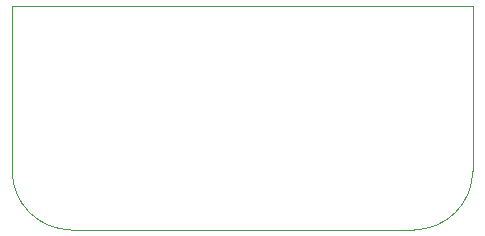
<source format=gbr>
%TF.GenerationSoftware,KiCad,Pcbnew,9.0.6*%
%TF.CreationDate,2026-02-06T14:40:20-05:00*%
%TF.ProjectId,DQ PS2 Controller Adapter,44512050-5332-4204-936f-6e74726f6c6c,1.0*%
%TF.SameCoordinates,Original*%
%TF.FileFunction,Profile,NP*%
%FSLAX46Y46*%
G04 Gerber Fmt 4.6, Leading zero omitted, Abs format (unit mm)*
G04 Created by KiCad (PCBNEW 9.0.6) date 2026-02-06 14:40:20*
%MOMM*%
%LPD*%
G01*
G04 APERTURE LIST*
%TA.AperFunction,Profile*%
%ADD10C,0.100000*%
%TD*%
G04 APERTURE END LIST*
D10*
X170170000Y-101539593D02*
G75*
G02*
X165169999Y-106539600I-5000000J-7D01*
G01*
X170170000Y-101539593D02*
X170170000Y-87630000D01*
X136170000Y-106539593D02*
G75*
G02*
X131170007Y-101539593I0J4999993D01*
G01*
X136170000Y-106539593D02*
X165169999Y-106539593D01*
X131170000Y-87630000D02*
X131170000Y-101539593D01*
X170170000Y-87630000D02*
X131170000Y-87630000D01*
M02*

</source>
